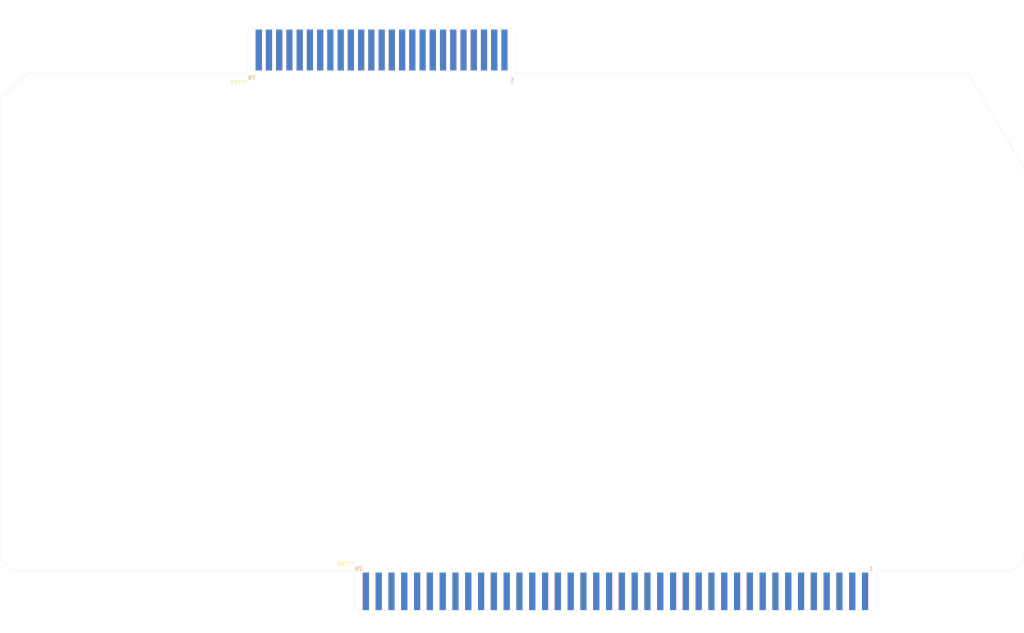
<source format=kicad_pcb>
(kicad_pcb (version 20171130) (host pcbnew 5.1.9)

  (general
    (thickness 1.6)
    (drawings 24)
    (tracks 0)
    (zones 0)
    (modules 2)
    (nets 1)
  )

  (page A4)
  (layers
    (0 F.Cu signal)
    (31 B.Cu signal)
    (32 B.Adhes user)
    (33 F.Adhes user)
    (34 B.Paste user)
    (35 F.Paste user)
    (36 B.SilkS user)
    (37 F.SilkS user)
    (38 B.Mask user)
    (39 F.Mask user)
    (40 Dwgs.User user hide)
    (41 Cmts.User user)
    (42 Eco1.User user)
    (43 Eco2.User user)
    (44 Edge.Cuts user)
    (45 Margin user)
    (46 B.CrtYd user)
    (47 F.CrtYd user)
    (48 B.Fab user)
    (49 F.Fab user)
  )

  (setup
    (last_trace_width 0.25)
    (trace_clearance 0.2)
    (zone_clearance 0.508)
    (zone_45_only no)
    (trace_min 0.2)
    (via_size 0.8)
    (via_drill 0.4)
    (via_min_size 0.4)
    (via_min_drill 0.3)
    (uvia_size 0.3)
    (uvia_drill 0.1)
    (uvias_allowed no)
    (uvia_min_size 0.2)
    (uvia_min_drill 0.1)
    (edge_width 0.05)
    (segment_width 0.2)
    (pcb_text_width 0.3)
    (pcb_text_size 1.5 1.5)
    (mod_edge_width 0.12)
    (mod_text_size 1 1)
    (mod_text_width 0.15)
    (pad_size 1.524 1.524)
    (pad_drill 0.762)
    (pad_to_mask_clearance 0)
    (aux_axis_origin 0 0)
    (visible_elements FEFFFF7F)
    (pcbplotparams
      (layerselection 0x010fc_ffffffff)
      (usegerberextensions false)
      (usegerberattributes true)
      (usegerberadvancedattributes true)
      (creategerberjobfile true)
      (excludeedgelayer true)
      (linewidth 0.150000)
      (plotframeref false)
      (viasonmask false)
      (mode 1)
      (useauxorigin false)
      (hpglpennumber 1)
      (hpglpenspeed 20)
      (hpglpendiameter 15.000000)
      (psnegative false)
      (psa4output false)
      (plotreference true)
      (plotvalue true)
      (plotinvisibletext false)
      (padsonsilk false)
      (subtractmaskfromsilk false)
      (outputformat 1)
      (mirror false)
      (drillshape 1)
      (scaleselection 1)
      (outputdirectory ""))
  )

  (net 0 "")

  (net_class Default "This is the default net class."
    (clearance 0.2)
    (trace_width 0.25)
    (via_dia 0.8)
    (via_drill 0.4)
    (uvia_dia 0.3)
    (uvia_drill 0.1)
  )

  (module GenericComponents:Edge_Connector_50-100 (layer F.Cu) (tedit 6309E8D3) (tstamp 630B63B5)
    (at 61.1124 -123.444)
    (fp_text reference REF** (at -1.8796 2.286 180) (layer F.SilkS)
      (effects (font (size 1 1) (thickness 0.15)))
    )
    (fp_text value Edge_Connector_50-100 (at 33.782 -17.3736 180) (layer F.Fab)
      (effects (font (size 1 1) (thickness 0.15)))
    )
    (fp_text user 1 (at 65.8876 1.6764 180) (layer B.SilkS)
      (effects (font (size 1 1) (thickness 0.15)) (justify mirror))
    )
    (fp_text user 79 (at 1.3716 1.0922 180) (layer B.SilkS)
      (effects (font (size 1 1) (thickness 0.15)) (justify mirror))
    )
    (fp_text user 2 (at 65.8876 1.6764 180) (layer F.SilkS)
      (effects (font (size 1 1) (thickness 0.15)))
    )
    (fp_text user 80 (at 1.3716 1.0922 180) (layer F.SilkS)
      (effects (font (size 1 1) (thickness 0.15)))
    )
    (fp_line (start 66.7766 0) (end 69.3166 0) (layer Dwgs.User) (width 0.12))
    (fp_line (start 66.7766 -9.906) (end 66.7766 0) (layer Dwgs.User) (width 0.12))
    (fp_line (start 65.5066 -11.176) (end 66.7766 -9.906) (layer Dwgs.User) (width 0.12))
    (fp_line (start 1.27 -11.176) (end 65.5066 -11.176) (layer Dwgs.User) (width 0.12))
    (fp_line (start 0 -9.906) (end 1.27 -11.176) (layer Dwgs.User) (width 0.12))
    (fp_line (start 0 0) (end 0 -9.906) (layer Dwgs.User) (width 0.12))
    (fp_line (start -2.54 0) (end 0 0) (layer Dwgs.User) (width 0.12))
    (fp_line (start 33.3883 -11.303) (end 33.3883 -13.97) (layer Dwgs.User) (width 0.12))
    (pad 50 connect rect (at 3.048 -5.8166) (size 1.524 10.16) (layers F.Cu F.Mask))
    (pad 49 connect rect (at 3.048 -5.8166) (size 1.524 10.16) (layers B.Cu F.Mask))
    (pad 48 connect rect (at 5.588 -5.8166) (size 1.524 10.16) (layers F.Cu F.Mask))
    (pad 47 connect rect (at 5.588 -5.8166) (size 1.524 10.16) (layers B.Cu F.Mask))
    (pad 46 connect rect (at 8.128 -5.8166) (size 1.524 10.16) (layers F.Cu F.Mask))
    (pad 45 connect rect (at 8.128 -5.8166) (size 1.524 10.16) (layers B.Cu F.Mask))
    (pad 44 connect rect (at 10.668 -5.8166) (size 1.524 10.16) (layers F.Cu F.Mask))
    (pad 43 connect rect (at 10.668 -5.8166) (size 1.524 10.16) (layers B.Cu F.Mask))
    (pad 42 connect rect (at 13.208 -5.8166) (size 1.524 10.16) (layers F.Cu F.Mask))
    (pad 41 connect rect (at 13.208 -5.8166) (size 1.524 10.16) (layers B.Cu F.Mask))
    (pad 40 connect rect (at 15.748 -5.8166) (size 1.524 10.16) (layers F.Cu F.Mask))
    (pad 39 connect rect (at 15.748 -5.8166) (size 1.524 10.16) (layers B.Cu F.Mask))
    (pad 38 connect rect (at 18.288 -5.8166) (size 1.524 10.16) (layers F.Cu F.Mask))
    (pad 37 connect rect (at 18.288 -5.8166) (size 1.524 10.16) (layers B.Cu F.Mask))
    (pad 36 connect rect (at 20.828 -5.8166) (size 1.524 10.16) (layers F.Cu F.Mask))
    (pad 35 connect rect (at 20.828 -5.8166) (size 1.524 10.16) (layers B.Cu F.Mask))
    (pad 34 connect rect (at 23.368 -5.8166) (size 1.524 10.16) (layers F.Cu F.Mask))
    (pad 33 connect rect (at 23.368 -5.8166) (size 1.524 10.16) (layers B.Cu F.Mask))
    (pad 32 connect rect (at 25.908 -5.8166) (size 1.524 10.16) (layers F.Cu F.Mask))
    (pad 31 connect rect (at 25.908 -5.8166) (size 1.524 10.16) (layers B.Cu F.Mask))
    (pad 30 connect rect (at 28.448 -5.8166) (size 1.524 10.16) (layers F.Cu F.Mask))
    (pad 29 connect rect (at 28.448 -5.8166) (size 1.524 10.16) (layers B.Cu F.Mask))
    (pad 28 connect rect (at 30.988 -5.8166) (size 1.524 10.16) (layers F.Cu F.Mask))
    (pad 27 connect rect (at 30.988 -5.8166) (size 1.524 10.16) (layers B.Cu F.Mask))
    (pad 26 connect rect (at 33.528 -5.8166) (size 1.524 10.16) (layers F.Cu F.Mask))
    (pad 25 connect rect (at 33.528 -5.8166) (size 1.524 10.16) (layers B.Cu F.Mask))
    (pad 24 connect rect (at 36.068 -5.8166) (size 1.524 10.16) (layers F.Cu F.Mask))
    (pad 23 connect rect (at 36.068 -5.8166) (size 1.524 10.16) (layers B.Cu F.Mask))
    (pad 22 connect rect (at 38.608 -5.8166) (size 1.524 10.16) (layers F.Cu F.Mask))
    (pad 21 connect rect (at 38.608 -5.8166) (size 1.524 10.16) (layers B.Cu F.Mask))
    (pad 20 connect rect (at 41.148 -5.8166) (size 1.524 10.16) (layers F.Cu F.Mask))
    (pad 19 connect rect (at 41.148 -5.8166) (size 1.524 10.16) (layers B.Cu F.Mask))
    (pad 18 connect rect (at 43.688 -5.8166) (size 1.524 10.16) (layers F.Cu F.Mask))
    (pad 17 connect rect (at 43.688 -5.8166) (size 1.524 10.16) (layers B.Cu F.Mask))
    (pad 16 connect rect (at 46.228 -5.8166) (size 1.524 10.16) (layers F.Cu F.Mask))
    (pad 15 connect rect (at 46.228 -5.8166) (size 1.524 10.16) (layers B.Cu F.Mask))
    (pad 14 connect rect (at 48.768 -5.8166) (size 1.524 10.16) (layers F.Cu F.Mask))
    (pad 13 connect rect (at 48.768 -5.8166) (size 1.524 10.16) (layers B.Cu F.Mask))
    (pad 12 connect rect (at 51.308 -5.8166) (size 1.524 10.16) (layers F.Cu F.Mask))
    (pad 11 connect rect (at 51.308 -5.8166) (size 1.524 10.16) (layers B.Cu F.Mask))
    (pad 10 connect rect (at 53.848 -5.8166) (size 1.524 10.16) (layers F.Cu F.Mask))
    (pad 9 connect rect (at 53.848 -5.8166) (size 1.524 10.16) (layers B.Cu F.Mask))
    (pad 8 connect rect (at 56.388 -5.8166) (size 1.524 10.16) (layers F.Cu F.Mask))
    (pad 7 connect rect (at 56.388 -5.8166) (size 1.524 10.16) (layers B.Cu F.Mask))
    (pad 6 connect rect (at 58.928 -5.8166) (size 1.524 10.16) (layers F.Cu F.Mask))
    (pad 5 connect rect (at 58.928 -5.8166) (size 1.524 10.16) (layers B.Cu F.Mask))
    (pad 4 connect rect (at 61.468 -5.8166) (size 1.524 10.16) (layers F.Cu F.Mask))
    (pad 3 connect rect (at 61.468 -5.8166) (size 1.524 10.16) (layers B.Cu F.Mask))
    (pad 2 connect rect (at 64.008 -5.8166) (size 1.524 10.16) (layers F.Cu F.Mask))
    (pad 1 connect rect (at 64.008 -5.8166) (size 1.524 10.16) (layers B.Cu F.Mask))
  )

  (module GenericComponents:Edge_Connector_80-125 (layer F.Cu) (tedit 6309EA52) (tstamp 630B5C3E)
    (at 87.8332 0.1016)
    (fp_text reference REF** (at -1.9558 -1.905) (layer F.SilkS)
      (effects (font (size 1 1) (thickness 0.15)))
    )
    (fp_text value Edge_Connector_80-125 (at 11.4046 13.335) (layer F.Fab)
      (effects (font (size 1 1) (thickness 0.15)))
    )
    (fp_text user 1 (at 128.2192 -0.635) (layer B.SilkS)
      (effects (font (size 1 1) (thickness 0.15)) (justify mirror))
    )
    (fp_text user 79 (at 1.2192 -0.635) (layer B.SilkS)
      (effects (font (size 1 1) (thickness 0.15)) (justify mirror))
    )
    (fp_text user 2 (at 128.2192 -0.635) (layer F.SilkS)
      (effects (font (size 1 1) (thickness 0.15)))
    )
    (fp_text user 80 (at 1.2192 -0.635) (layer F.SilkS)
      (effects (font (size 1 1) (thickness 0.15)))
    )
    (fp_line (start -2.54 0) (end 0 0) (layer Dwgs.User) (width 0.12))
    (fp_line (start 0 0) (end 0 8.4582) (layer Dwgs.User) (width 0.12))
    (fp_line (start 0 8.4582) (end 1.27 9.779) (layer Dwgs.User) (width 0.12))
    (fp_line (start 1.27 9.779) (end 128.3716 9.779) (layer Dwgs.User) (width 0.12))
    (fp_line (start 128.3716 9.779) (end 129.6416 8.509) (layer Dwgs.User) (width 0.12))
    (fp_line (start 129.6416 8.509) (end 129.6416 0) (layer Dwgs.User) (width 0.12))
    (fp_line (start 129.6416 0) (end 132.1816 0) (layer Dwgs.User) (width 0.12))
    (fp_line (start 64.8208 10.16) (end 64.8208 15.24) (layer Dwgs.User) (width 0.12))
    (pad 55 connect rect (at 41.0083 4.9276) (size 1.524 9.271) (layers B.Cu F.Mask))
    (pad 45 connect rect (at 56.8833 4.9276) (size 1.524 9.271) (layers B.Cu F.Mask))
    (pad 11 connect rect (at 110.8583 4.9276) (size 1.524 9.271) (layers B.Cu F.Mask))
    (pad 77 connect rect (at 6.0833 4.9276) (size 1.524 9.271) (layers B.Cu F.Mask))
    (pad 21 connect rect (at 94.9833 4.9276) (size 1.524 9.271) (layers B.Cu F.Mask))
    (pad 51 connect rect (at 47.3583 4.9276) (size 1.524 9.271) (layers B.Cu F.Mask))
    (pad 41 connect rect (at 63.2333 4.9276) (size 1.524 9.271) (layers B.Cu F.Mask))
    (pad 65 connect rect (at 25.1333 4.9276) (size 1.524 9.271) (layers B.Cu F.Mask))
    (pad 17 connect rect (at 101.3333 4.9276) (size 1.524 9.271) (layers B.Cu F.Mask))
    (pad 39 connect rect (at 66.4083 4.9276) (size 1.524 9.271) (layers B.Cu F.Mask))
    (pad 57 connect rect (at 37.8333 4.9276) (size 1.524 9.271) (layers B.Cu F.Mask))
    (pad 27 connect rect (at 85.4583 4.9276) (size 1.524 9.271) (layers B.Cu F.Mask))
    (pad 25 connect rect (at 88.6333 4.9276) (size 1.524 9.271) (layers B.Cu F.Mask))
    (pad 37 connect rect (at 69.5833 4.9276) (size 1.524 9.271) (layers B.Cu F.Mask))
    (pad 49 connect rect (at 50.5333 4.9276) (size 1.524 9.271) (layers B.Cu F.Mask))
    (pad 5 connect rect (at 120.3833 4.9276) (size 1.524 9.271) (layers B.Cu F.Mask))
    (pad 31 connect rect (at 79.1083 4.9276) (size 1.524 9.271) (layers B.Cu F.Mask))
    (pad 67 connect rect (at 21.9583 4.9276) (size 1.524 9.271) (layers B.Cu F.Mask))
    (pad 35 connect rect (at 72.7583 4.9276) (size 1.524 9.271) (layers B.Cu F.Mask))
    (pad 7 connect rect (at 117.2083 4.9276) (size 1.524 9.271) (layers B.Cu F.Mask))
    (pad 79 connect rect (at 2.9083 4.9276) (size 1.524 9.271) (layers B.Cu F.Mask))
    (pad 9 connect rect (at 114.0333 4.9276) (size 1.524 9.271) (layers B.Cu F.Mask))
    (pad 43 connect rect (at 60.0583 4.9276) (size 1.524 9.271) (layers B.Cu F.Mask))
    (pad 19 connect rect (at 98.1583 4.9276) (size 1.524 9.271) (layers B.Cu F.Mask))
    (pad 13 connect rect (at 107.6833 4.9276) (size 1.524 9.271) (layers B.Cu F.Mask))
    (pad 3 connect rect (at 123.5583 4.9276) (size 1.524 9.271) (layers B.Cu F.Mask))
    (pad 53 connect rect (at 44.1833 4.9276) (size 1.524 9.271) (layers B.Cu F.Mask))
    (pad 47 connect rect (at 53.7083 4.9276) (size 1.524 9.271) (layers B.Cu F.Mask))
    (pad 69 connect rect (at 18.7833 4.9276) (size 1.524 9.271) (layers B.Cu F.Mask))
    (pad 61 connect rect (at 31.4833 4.9276) (size 1.524 9.271) (layers B.Cu F.Mask))
    (pad 75 connect rect (at 9.2583 4.9276) (size 1.524 9.271) (layers B.Cu F.Mask))
    (pad 1 connect rect (at 126.7333 4.9276) (size 1.524 9.271) (layers B.Cu F.Mask))
    (pad 29 connect rect (at 82.2833 4.9276) (size 1.524 9.271) (layers B.Cu F.Mask))
    (pad 23 connect rect (at 91.8083 4.9276) (size 1.524 9.271) (layers B.Cu F.Mask))
    (pad 71 connect rect (at 15.6083 4.9276) (size 1.524 9.271) (layers B.Cu F.Mask))
    (pad 59 connect rect (at 34.6583 4.9276) (size 1.524 9.271) (layers B.Cu F.Mask))
    (pad 33 connect rect (at 75.9333 4.9276) (size 1.524 9.271) (layers B.Cu F.Mask))
    (pad 15 connect rect (at 104.5083 4.9276) (size 1.524 9.271) (layers B.Cu F.Mask))
    (pad 63 connect rect (at 28.3083 4.9276) (size 1.524 9.271) (layers B.Cu F.Mask))
    (pad 73 connect rect (at 12.4333 4.9276) (size 1.524 9.271) (layers B.Cu F.Mask))
    (pad 72 connect rect (at 15.6083 4.9276) (size 1.524 9.271) (layers F.Cu F.Mask))
    (pad 78 connect rect (at 6.0833 4.9276) (size 1.524 9.271) (layers F.Cu F.Mask))
    (pad 66 connect rect (at 25.1333 4.9276) (size 1.524 9.271) (layers F.Cu F.Mask))
    (pad 68 connect rect (at 21.9583 4.9276) (size 1.524 9.271) (layers F.Cu F.Mask))
    (pad 70 connect rect (at 18.7833 4.9276) (size 1.524 9.271) (layers F.Cu F.Mask))
    (pad 80 connect rect (at 2.9083 4.9276) (size 1.524 9.271) (layers F.Cu F.Mask))
    (pad 74 connect rect (at 12.4333 4.9276) (size 1.524 9.271) (layers F.Cu F.Mask))
    (pad 64 connect rect (at 28.3083 4.9276) (size 1.524 9.271) (layers F.Cu F.Mask))
    (pad 62 connect rect (at 31.4833 4.9276) (size 1.524 9.271) (layers F.Cu F.Mask))
    (pad 76 connect rect (at 9.2583 4.9276) (size 1.524 9.271) (layers F.Cu F.Mask))
    (pad 2 connect rect (at 126.7333 4.9276) (size 1.524 9.271) (layers F.Cu F.Mask))
    (pad 4 connect rect (at 123.5583 4.9276) (size 1.524 9.271) (layers F.Cu F.Mask))
    (pad 8 connect rect (at 117.2083 4.9276) (size 1.524 9.271) (layers F.Cu F.Mask))
    (pad 16 connect rect (at 104.5083 4.9276) (size 1.524 9.271) (layers F.Cu F.Mask))
    (pad 14 connect rect (at 107.6833 4.9276) (size 1.524 9.271) (layers F.Cu F.Mask))
    (pad 18 connect rect (at 101.3333 4.9276) (size 1.524 9.271) (layers F.Cu F.Mask))
    (pad 20 connect rect (at 98.1583 4.9276) (size 1.524 9.271) (layers F.Cu F.Mask))
    (pad 6 connect rect (at 120.3833 4.9276) (size 1.524 9.271) (layers F.Cu F.Mask))
    (pad 24 connect rect (at 91.8083 4.9276) (size 1.524 9.271) (layers F.Cu F.Mask))
    (pad 10 connect rect (at 114.0333 4.9276) (size 1.524 9.271) (layers F.Cu F.Mask))
    (pad 12 connect rect (at 110.8583 4.9276) (size 1.524 9.271) (layers F.Cu F.Mask))
    (pad 26 connect rect (at 88.6333 4.9276) (size 1.524 9.271) (layers F.Cu F.Mask))
    (pad 22 connect rect (at 94.9833 4.9276) (size 1.524 9.271) (layers F.Cu F.Mask))
    (pad 30 connect rect (at 82.2833 4.9276) (size 1.524 9.271) (layers F.Cu F.Mask))
    (pad 32 connect rect (at 79.1083 4.9276) (size 1.524 9.271) (layers F.Cu F.Mask))
    (pad 28 connect rect (at 85.4583 4.9276) (size 1.524 9.271) (layers F.Cu F.Mask))
    (pad 34 connect rect (at 75.9333 4.9276) (size 1.524 9.271) (layers F.Cu F.Mask))
    (pad 38 connect rect (at 69.5833 4.9276) (size 1.524 9.271) (layers F.Cu F.Mask))
    (pad 40 connect rect (at 66.4083 4.9276) (size 1.524 9.271) (layers F.Cu F.Mask))
    (pad 36 connect rect (at 72.7583 4.9276) (size 1.524 9.271) (layers F.Cu F.Mask))
    (pad 44 connect rect (at 60.0583 4.9276) (size 1.524 9.271) (layers F.Cu F.Mask))
    (pad 46 connect rect (at 56.8833 4.9276) (size 1.524 9.271) (layers F.Cu F.Mask))
    (pad 42 connect rect (at 63.2333 4.9276) (size 1.524 9.271) (layers F.Cu F.Mask))
    (pad 48 connect rect (at 53.7083 4.9276) (size 1.524 9.271) (layers F.Cu F.Mask))
    (pad 50 connect rect (at 50.5333 4.9276) (size 1.524 9.271) (layers F.Cu F.Mask))
    (pad 52 connect rect (at 47.3583 4.9276) (size 1.524 9.271) (layers F.Cu F.Mask))
    (pad 54 connect rect (at 44.1833 4.9276) (size 1.524 9.271) (layers F.Cu F.Mask))
    (pad 56 connect rect (at 41.0083 4.9276) (size 1.524 9.271) (layers F.Cu F.Mask))
    (pad 58 connect rect (at 37.8333 4.9276) (size 1.524 9.271) (layers F.Cu F.Mask))
    (pad 60 connect rect (at 34.6583 4.9276) (size 1.524 9.271) (layers F.Cu F.Mask))
  )

  (gr_line (start 127.9398 -133.35) (end 127.9398 -123.444) (layer Edge.Cuts) (width 0.05) (tstamp 63099A0B))
  (gr_line (start 126.6698 -134.62) (end 127.9398 -133.35) (layer Edge.Cuts) (width 0.05))
  (gr_line (start 62.4332 -134.62) (end 126.6698 -134.62) (layer Edge.Cuts) (width 0.05))
  (gr_line (start 61.1632 -133.35) (end 62.4332 -134.62) (layer Edge.Cuts) (width 0.05))
  (gr_line (start 61.1632 -123.444) (end 61.1632 -133.35) (layer Edge.Cuts) (width 0.05))
  (gr_line (start 217.4748 0) (end 217.4748 8.509) (layer Edge.Cuts) (width 0.05) (tstamp 63099810))
  (gr_line (start 217.4748 8.509) (end 216.2048 9.779) (layer Edge.Cuts) (width 0.05))
  (gr_line (start 89.027 9.779) (end 216.2048 9.779) (layer Edge.Cuts) (width 0.05))
  (gr_line (start 87.8332 8.509) (end 89.027 9.779) (layer Edge.Cuts) (width 0.05))
  (gr_line (start 87.8332 0) (end 87.8332 8.509) (layer Edge.Cuts) (width 0.05))
  (gr_line (start 127.9398 -123.444) (end 240.1824 -123.444) (layer Edge.Cuts) (width 0.05))
  (gr_line (start 3.3782 0) (end 87.8332 0) (layer Edge.Cuts) (width 0.05))
  (gr_line (start 3.3782 0) (end 0 -3.0734) (layer Edge.Cuts) (width 0.05))
  (gr_line (start 250.9266 0) (end 217.4748 0) (layer Edge.Cuts) (width 0.05))
  (gr_line (start 254 -3.0734) (end 250.9266 0) (layer Edge.Cuts) (width 0.05))
  (gr_line (start 254 -99.9744) (end 254 -3.0734) (layer Edge.Cuts) (width 0.05))
  (gr_line (start 240.1824 -123.444) (end 254 -99.9744) (layer Edge.Cuts) (width 0.05))
  (gr_line (start 6.731 -123.444) (end 61.1632 -123.444) (layer Edge.Cuts) (width 0.05))
  (gr_line (start 0 -117.0178) (end 6.731 -123.444) (layer Edge.Cuts) (width 0.05))
  (gr_line (start 0 -3.0734) (end 0 -117.0178) (layer Edge.Cuts) (width 0.05))
  (gr_line (start 0 -123.444) (end 254 -123.444) (layer Dwgs.User) (width 0.1))
  (gr_line (start 254 0) (end 254 -123.444) (layer Dwgs.User) (width 0.1))
  (gr_line (start 0 0) (end 254 0) (layer Dwgs.User) (width 0.1))
  (gr_line (start 0 0) (end 0 -123.444) (layer Dwgs.User) (width 0.1))

)

</source>
